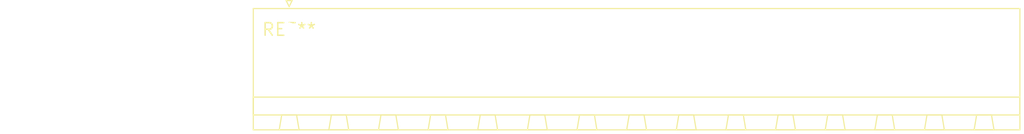
<source format=kicad_pcb>
(kicad_pcb (version 20240108) (generator pcbnew)
  (layers (0 "F.Cu" signal) (31 "B.Cu" signal) (34 "B.Paste" user) (35 "F.Paste" user) (36 "B.SilkS" user "B.Silkscreen") (37 "F.SilkS" user "F.Silkscreen") (38 "B.Mask" user) (39 "F.Mask" user) (44 "Edge.Cuts" user))
  (net 0 "")
  (footprint "PhoenixContact_MSTBA_2,5_15-G_1x15_P5.00mm_Horizontal" (layer "F.Cu") (at 0 0)
    (property "Reference" "REF**")
    (property "Value" "PhoenixContact_MSTBA_2,5_15-G_1x15_P5.00mm_Horizontal")
    (fp_line (start -3.61 -2.11) (end -3.61 10.11) (layer "F.SilkS") (stroke (width 0.12)))
    (fp_line (start -3.61 6.81) (end 73.61 6.81) (layer "F.SilkS") (stroke (width 0.12)))
    (fp_line (start -3.61 8.61) (end -3.61 6.81) (layer "F.SilkS") (stroke (width 0.12)))
    (fp_line (start -3.61 10.11) (end 73.61 10.11) (layer "F.SilkS") (stroke (width 0.12)))
    (fp_line (start -1 10.11) (end 1 10.11) (layer "F.SilkS") (stroke (width 0.12)))
    (fp_line (start -0.75 8.61) (end -1 10.11) (layer "F.SilkS") (stroke (width 0.12)))
    (fp_line (start -0.3 -2.91) (end 0.3 -2.91) (layer "F.SilkS") (stroke (width 0.12)))
    (fp_line (start 0 -2.31) (end -0.3 -2.91) (layer "F.SilkS") (stroke (width 0.12)))
    (fp_line (start 0.3 -2.91) (end 0 -2.31) (layer "F.SilkS") (stroke (width 0.12)))
    (fp_line (start 0.75 8.61) (end -0.75 8.61) (layer "F.SilkS") (stroke (width 0.12)))
    (fp_line (start 1 10.11) (end 0.75 8.61) (layer "F.SilkS") (stroke (width 0.12)))
    (fp_line (start 4 10.11) (end 6 10.11) (layer "F.SilkS") (stroke (width 0.12)))
    (fp_line (start 4.25 8.61) (end 4 10.11) (layer "F.SilkS") (stroke (width 0.12)))
    (fp_line (start 5.75 8.61) (end 4.25 8.61) (layer "F.SilkS") (stroke (width 0.12)))
    (fp_line (start 6 10.11) (end 5.75 8.61) (layer "F.SilkS") (stroke (width 0.12)))
    (fp_line (start 9 10.11) (end 11 10.11) (layer "F.SilkS") (stroke (width 0.12)))
    (fp_line (start 9.25 8.61) (end 9 10.11) (layer "F.SilkS") (stroke (width 0.12)))
    (fp_line (start 10.75 8.61) (end 9.25 8.61) (layer "F.SilkS") (stroke (width 0.12)))
    (fp_line (start 11 10.11) (end 10.75 8.61) (layer "F.SilkS") (stroke (width 0.12)))
    (fp_line (start 14 10.11) (end 16 10.11) (layer "F.SilkS") (stroke (width 0.12)))
    (fp_line (start 14.25 8.61) (end 14 10.11) (layer "F.SilkS") (stroke (width 0.12)))
    (fp_line (start 15.75 8.61) (end 14.25 8.61) (layer "F.SilkS") (stroke (width 0.12)))
    (fp_line (start 16 10.11) (end 15.75 8.61) (layer "F.SilkS") (stroke (width 0.12)))
    (fp_line (start 19 10.11) (end 21 10.11) (layer "F.SilkS") (stroke (width 0.12)))
    (fp_line (start 19.25 8.61) (end 19 10.11) (layer "F.SilkS") (stroke (width 0.12)))
    (fp_line (start 20.75 8.61) (end 19.25 8.61) (layer "F.SilkS") (stroke (width 0.12)))
    (fp_line (start 21 10.11) (end 20.75 8.61) (layer "F.SilkS") (stroke (width 0.12)))
    (fp_line (start 24 10.11) (end 26 10.11) (layer "F.SilkS") (stroke (width 0.12)))
    (fp_line (start 24.25 8.61) (end 24 10.11) (layer "F.SilkS") (stroke (width 0.12)))
    (fp_line (start 25.75 8.61) (end 24.25 8.61) (layer "F.SilkS") (stroke (width 0.12)))
    (fp_line (start 26 10.11) (end 25.75 8.61) (layer "F.SilkS") (stroke (width 0.12)))
    (fp_line (start 29 10.11) (end 31 10.11) (layer "F.SilkS") (stroke (width 0.12)))
    (fp_line (start 29.25 8.61) (end 29 10.11) (layer "F.SilkS") (stroke (width 0.12)))
    (fp_line (start 30.75 8.61) (end 29.25 8.61) (layer "F.SilkS") (stroke (width 0.12)))
    (fp_line (start 31 10.11) (end 30.75 8.61) (layer "F.SilkS") (stroke (width 0.12)))
    (fp_line (start 34 10.11) (end 36 10.11) (layer "F.SilkS") (stroke (width 0.12)))
    (fp_line (start 34.25 8.61) (end 34 10.11) (layer "F.SilkS") (stroke (width 0.12)))
    (fp_line (start 35.75 8.61) (end 34.25 8.61) (layer "F.SilkS") (stroke (width 0.12)))
    (fp_line (start 36 10.11) (end 35.75 8.61) (layer "F.SilkS") (stroke (width 0.12)))
    (fp_line (start 39 10.11) (end 41 10.11) (layer "F.SilkS") (stroke (width 0.12)))
    (fp_line (start 39.25 8.61) (end 39 10.11) (layer "F.SilkS") (stroke (width 0.12)))
    (fp_line (start 40.75 8.61) (end 39.25 8.61) (layer "F.SilkS") (stroke (width 0.12)))
    (fp_line (start 41 10.11) (end 40.75 8.61) (layer "F.SilkS") (stroke (width 0.12)))
    (fp_line (start 44 10.11) (end 46 10.11) (layer "F.SilkS") (stroke (width 0.12)))
    (fp_line (start 44.25 8.61) (end 44 10.11) (layer "F.SilkS") (stroke (width 0.12)))
    (fp_line (start 45.75 8.61) (end 44.25 8.61) (layer "F.SilkS") (stroke (width 0.12)))
    (fp_line (start 46 10.11) (end 45.75 8.61) (layer "F.SilkS") (stroke (width 0.12)))
    (fp_line (start 49 10.11) (end 51 10.11) (layer "F.SilkS") (stroke (width 0.12)))
    (fp_line (start 49.25 8.61) (end 49 10.11) (layer "F.SilkS") (stroke (width 0.12)))
    (fp_line (start 50.75 8.61) (end 49.25 8.61) (layer "F.SilkS") (stroke (width 0.12)))
    (fp_line (start 51 10.11) (end 50.75 8.61) (layer "F.SilkS") (stroke (width 0.12)))
    (fp_line (start 54 10.11) (end 56 10.11) (layer "F.SilkS") (stroke (width 0.12)))
    (fp_line (start 54.25 8.61) (end 54 10.11) (layer "F.SilkS") (stroke (width 0.12)))
    (fp_line (start 55.75 8.61) (end 54.25 8.61) (layer "F.SilkS") (stroke (width 0.12)))
    (fp_line (start 56 10.11) (end 55.75 8.61) (layer "F.SilkS") (stroke (width 0.12)))
    (fp_line (start 59 10.11) (end 61 10.11) (layer "F.SilkS") (stroke (width 0.12)))
    (fp_line (start 59.25 8.61) (end 59 10.11) (layer "F.SilkS") (stroke (width 0.12)))
    (fp_line (start 60.75 8.61) (end 59.25 8.61) (layer "F.SilkS") (stroke (width 0.12)))
    (fp_line (start 61 10.11) (end 60.75 8.61) (layer "F.SilkS") (stroke (width 0.12)))
    (fp_line (start 64 10.11) (end 66 10.11) (layer "F.SilkS") (stroke (width 0.12)))
    (fp_line (start 64.25 8.61) (end 64 10.11) (layer "F.SilkS") (stroke (width 0.12)))
    (fp_line (start 65.75 8.61) (end 64.25 8.61) (layer "F.SilkS") (stroke (width 0.12)))
    (fp_line (start 66 10.11) (end 65.75 8.61) (layer "F.SilkS") (stroke (width 0.12)))
    (fp_line (start 69 10.11) (end 71 10.11) (layer "F.SilkS") (stroke (width 0.12)))
    (fp_line (start 69.25 8.61) (end 69 10.11) (layer "F.SilkS") (stroke (width 0.12)))
    (fp_line (start 70.75 8.61) (end 69.25 8.61) (layer "F.SilkS") (stroke (width 0.12)))
    (fp_line (start 71 10.11) (end 70.75 8.61) (layer "F.SilkS") (stroke (width 0.12)))
    (fp_line (start 73.61 -2.11) (end -3.61 -2.11) (layer "F.SilkS") (stroke (width 0.12)))
    (fp_line (start 73.61 6.81) (end 73.61 8.61) (layer "F.SilkS") (stroke (width 0.12)))
    (fp_line (start 73.61 8.61) (end -3.61 8.61) (layer "F.SilkS") (stroke (width 0.12)))
    (fp_line (start 73.61 10.11) (end 73.61 -2.11) (layer "F.SilkS") (stroke (width 0.12)))
    (pad "1" thru_hole roundrect (at 0 0) (size 2 3.6) (drill 1.4) (layers *.Cu *.Mask) (remove_unused_layers) (roundrect_rratio 0.125))
    (pad "2" thru_hole oval (at 5 0) (size 2 3.6) (drill 1.4) (layers *.Cu *.Mask) (remove_unused_layers))
    (pad "3" thru_hole oval (at 10 0) (size 2 3.6) (drill 1.4) (layers *.Cu *.Mask) (remove_unused_layers))
    (pad "4" thru_hole oval (at 15 0) (size 2 3.6) (drill 1.4) (layers *.Cu *.Mask) (remove_unused_layers))
    (pad "5" thru_hole oval (at 20 0) (size 2 3.6) (drill 1.4) (layers *.Cu *.Mask) (remove_unused_layers))
    (pad "6" thru_hole oval (at 25 0) (size 2 3.6) (drill 1.4) (layers *.Cu *.Mask) (remove_unused_layers))
    (pad "7" thru_hole oval (at 30 0) (size 2 3.6) (drill 1.4) (layers *.Cu *.Mask) (remove_unused_layers))
    (pad "8" thru_hole oval (at 35 0) (size 2 3.6) (drill 1.4) (layers *.Cu *.Mask) (remove_unused_layers))
    (pad "9" thru_hole oval (at 40 0) (size 2 3.6) (drill 1.4) (layers *.Cu *.Mask) (remove_unused_layers))
    (pad "10" thru_hole oval (at 45 0) (size 2 3.6) (drill 1.4) (layers *.Cu *.Mask) (remove_unused_layers))
    (pad "11" thru_hole oval (at 50 0) (size 2 3.6) (drill 1.4) (layers *.Cu *.Mask) (remove_unused_layers))
    (pad "12" thru_hole oval (at 55 0) (size 2 3.6) (drill 1.4) (layers *.Cu *.Mask) (remove_unused_layers))
    (pad "13" thru_hole oval (at 60 0) (size 2 3.6) (drill 1.4) (layers *.Cu *.Mask) (remove_unused_layers))
    (pad "14" thru_hole oval (at 65 0) (size 2 3.6) (drill 1.4) (layers *.Cu *.Mask) (remove_unused_layers))
    (pad "15" thru_hole oval (at 70 0) (size 2 3.6) (drill 1.4) (layers *.Cu *.Mask) (remove_unused_layers))
  )
)
</source>
